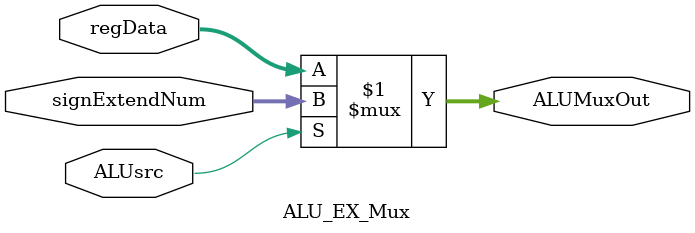
<source format=v>
module ALU_EX_Mux
#(
   parameter DATA_WIDTH = 64
)
(
   input    [DATA_WIDTH - 1 : 0] signExtendNum  ,
   input    [DATA_WIDTH - 1 : 0] regData        ,
   input                         ALUsrc         ,
   output   [DATA_WIDTH - 1 : 0] ALUMuxOut      
); 

   assign ALUMuxOut = ALUsrc ? signExtendNum : regData;

endmodule
</source>
